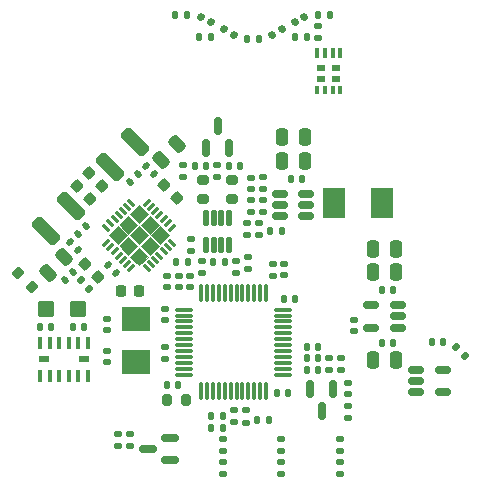
<source format=gtp>
G04 #@! TF.GenerationSoftware,KiCad,Pcbnew,(6.0.0)*
G04 #@! TF.CreationDate,2022-01-08T17:27:50+01:00*
G04 #@! TF.ProjectId,MiniAB-CAN-Board,4d696e69-4142-42d4-9341-4e2d426f6172,1*
G04 #@! TF.SameCoordinates,Original*
G04 #@! TF.FileFunction,Paste,Top*
G04 #@! TF.FilePolarity,Positive*
%FSLAX46Y46*%
G04 Gerber Fmt 4.6, Leading zero omitted, Abs format (unit mm)*
G04 Created by KiCad (PCBNEW (6.0.0)) date 2022-01-08 17:27:50*
%MOMM*%
%LPD*%
G01*
G04 APERTURE LIST*
G04 Aperture macros list*
%AMRoundRect*
0 Rectangle with rounded corners*
0 $1 Rounding radius*
0 $2 $3 $4 $5 $6 $7 $8 $9 X,Y pos of 4 corners*
0 Add a 4 corners polygon primitive as box body*
4,1,4,$2,$3,$4,$5,$6,$7,$8,$9,$2,$3,0*
0 Add four circle primitives for the rounded corners*
1,1,$1+$1,$2,$3*
1,1,$1+$1,$4,$5*
1,1,$1+$1,$6,$7*
1,1,$1+$1,$8,$9*
0 Add four rect primitives between the rounded corners*
20,1,$1+$1,$2,$3,$4,$5,0*
20,1,$1+$1,$4,$5,$6,$7,0*
20,1,$1+$1,$6,$7,$8,$9,0*
20,1,$1+$1,$8,$9,$2,$3,0*%
%AMRotRect*
0 Rectangle, with rotation*
0 The origin of the aperture is its center*
0 $1 length*
0 $2 width*
0 $3 Rotation angle, in degrees counterclockwise*
0 Add horizontal line*
21,1,$1,$2,0,0,$3*%
G04 Aperture macros list end*
%ADD10C,0.100000*%
%ADD11RoundRect,0.140000X0.021213X-0.219203X0.219203X-0.021213X-0.021213X0.219203X-0.219203X0.021213X0*%
%ADD12RoundRect,0.225000X-0.335876X-0.017678X-0.017678X-0.335876X0.335876X0.017678X0.017678X0.335876X0*%
%ADD13RoundRect,0.135000X-0.185000X0.135000X-0.185000X-0.135000X0.185000X-0.135000X0.185000X0.135000X0*%
%ADD14RoundRect,0.200000X-0.335876X-0.053033X-0.053033X-0.335876X0.335876X0.053033X0.053033X0.335876X0*%
%ADD15R,1.900000X2.500000*%
%ADD16RoundRect,0.140000X-0.140000X-0.170000X0.140000X-0.170000X0.140000X0.170000X-0.140000X0.170000X0*%
%ADD17RoundRect,0.250000X0.250000X0.475000X-0.250000X0.475000X-0.250000X-0.475000X0.250000X-0.475000X0*%
%ADD18RoundRect,0.225000X0.335876X0.017678X0.017678X0.335876X-0.335876X-0.017678X-0.017678X-0.335876X0*%
%ADD19RoundRect,0.135000X0.135000X0.185000X-0.135000X0.185000X-0.135000X-0.185000X0.135000X-0.185000X0*%
%ADD20RoundRect,0.140000X0.140000X0.170000X-0.140000X0.170000X-0.140000X-0.170000X0.140000X-0.170000X0*%
%ADD21RoundRect,0.150000X0.512500X0.150000X-0.512500X0.150000X-0.512500X-0.150000X0.512500X-0.150000X0*%
%ADD22RoundRect,0.135000X0.185000X-0.135000X0.185000X0.135000X-0.185000X0.135000X-0.185000X-0.135000X0*%
%ADD23RoundRect,0.150000X0.150000X-0.587500X0.150000X0.587500X-0.150000X0.587500X-0.150000X-0.587500X0*%
%ADD24RoundRect,0.140000X0.170000X-0.140000X0.170000X0.140000X-0.170000X0.140000X-0.170000X-0.140000X0*%
%ADD25RoundRect,0.135000X0.226274X0.035355X0.035355X0.226274X-0.226274X-0.035355X-0.035355X-0.226274X0*%
%ADD26RoundRect,0.250000X-0.450000X-0.425000X0.450000X-0.425000X0.450000X0.425000X-0.450000X0.425000X0*%
%ADD27RoundRect,0.147500X0.213989X0.075639X-0.041489X0.223139X-0.213989X-0.075639X0.041489X-0.223139X0*%
%ADD28RoundRect,0.250000X-0.159099X0.512652X-0.512652X0.159099X0.159099X-0.512652X0.512652X-0.159099X0*%
%ADD29RoundRect,0.250000X0.159099X-0.512652X0.512652X-0.159099X-0.159099X0.512652X-0.512652X0.159099X0*%
%ADD30RoundRect,0.150000X-0.512500X-0.150000X0.512500X-0.150000X0.512500X0.150000X-0.512500X0.150000X0*%
%ADD31RoundRect,0.075000X-0.662500X-0.075000X0.662500X-0.075000X0.662500X0.075000X-0.662500X0.075000X0*%
%ADD32RoundRect,0.075000X-0.075000X-0.662500X0.075000X-0.662500X0.075000X0.662500X-0.075000X0.662500X0*%
%ADD33R,0.300000X0.830000*%
%ADD34R,0.635000X0.510000*%
%ADD35R,0.300000X0.750000*%
%ADD36RoundRect,0.150000X0.587500X0.150000X-0.587500X0.150000X-0.587500X-0.150000X0.587500X-0.150000X0*%
%ADD37RoundRect,0.147500X0.172500X-0.147500X0.172500X0.147500X-0.172500X0.147500X-0.172500X-0.147500X0*%
%ADD38RoundRect,0.250000X0.539169X-0.981111X0.981111X-0.539169X-0.539169X0.981111X-0.981111X0.539169X0*%
%ADD39RotRect,0.254000X0.762000X135.000000*%
%ADD40RotRect,0.254000X0.762000X45.000000*%
%ADD41RoundRect,0.200000X-0.275000X0.200000X-0.275000X-0.200000X0.275000X-0.200000X0.275000X0.200000X0*%
%ADD42R,2.400000X2.000000*%
%ADD43RoundRect,0.140000X-0.170000X0.140000X-0.170000X-0.140000X0.170000X-0.140000X0.170000X0.140000X0*%
%ADD44RoundRect,0.150000X-0.150000X0.587500X-0.150000X-0.587500X0.150000X-0.587500X0.150000X0.587500X0*%
%ADD45RoundRect,0.140000X-0.219203X-0.021213X-0.021213X-0.219203X0.219203X0.021213X0.021213X0.219203X0*%
%ADD46RoundRect,0.135000X-0.135000X-0.185000X0.135000X-0.185000X0.135000X0.185000X-0.135000X0.185000X0*%
%ADD47RoundRect,0.140000X0.219203X0.021213X0.021213X0.219203X-0.219203X-0.021213X-0.021213X-0.219203X0*%
%ADD48RoundRect,0.200000X-0.200000X-0.275000X0.200000X-0.275000X0.200000X0.275000X-0.200000X0.275000X0*%
%ADD49RoundRect,0.147500X-0.041489X-0.223139X0.213989X-0.075639X0.041489X0.223139X-0.213989X0.075639X0*%
%ADD50RoundRect,0.225000X0.225000X0.250000X-0.225000X0.250000X-0.225000X-0.250000X0.225000X-0.250000X0*%
%ADD51R,0.449200X1.117800*%
%ADD52R,0.813000X0.500000*%
%ADD53RoundRect,0.147500X-0.172500X0.147500X-0.172500X-0.147500X0.172500X-0.147500X0.172500X0.147500X0*%
%ADD54RoundRect,0.140000X-0.021213X0.219203X-0.219203X0.021213X0.021213X-0.219203X0.219203X-0.021213X0*%
%ADD55RoundRect,0.147500X0.147500X0.172500X-0.147500X0.172500X-0.147500X-0.172500X0.147500X-0.172500X0*%
%ADD56RoundRect,0.135000X-0.226274X-0.035355X-0.035355X-0.226274X0.226274X0.035355X0.035355X0.226274X0*%
%ADD57RoundRect,0.200000X0.275000X-0.200000X0.275000X0.200000X-0.275000X0.200000X-0.275000X-0.200000X0*%
%ADD58RoundRect,0.125000X0.125000X-0.537500X0.125000X0.537500X-0.125000X0.537500X-0.125000X-0.537500X0*%
%ADD59RoundRect,0.250000X-0.539169X0.981111X-0.981111X0.539169X0.539169X-0.981111X0.981111X-0.539169X0*%
G04 APERTURE END LIST*
D10*
G04 #@! TO.C,U5*
X203601061Y-62662958D02*
X204357665Y-63419562D01*
X204357665Y-63419562D02*
X205114269Y-62662958D01*
X205114269Y-62662958D02*
X204357665Y-61906354D01*
X204357665Y-61906354D02*
X203601061Y-62662958D01*
G36*
X205114269Y-62662958D02*
G01*
X204357665Y-63419562D01*
X203601061Y-62662958D01*
X204357665Y-61906354D01*
X205114269Y-62662958D01*
G37*
X205114269Y-62662958D02*
X204357665Y-63419562D01*
X203601061Y-62662958D01*
X204357665Y-61906354D01*
X205114269Y-62662958D01*
X204499086Y-65357035D02*
X205255691Y-66113639D01*
X205255691Y-66113639D02*
X206012295Y-65357035D01*
X206012295Y-65357035D02*
X205255691Y-64600430D01*
X205255691Y-64600430D02*
X204499086Y-65357035D01*
G36*
X206012295Y-65357035D02*
G01*
X205255691Y-66113639D01*
X204499086Y-65357035D01*
X205255691Y-64600430D01*
X206012295Y-65357035D01*
G37*
X206012295Y-65357035D02*
X205255691Y-66113639D01*
X204499086Y-65357035D01*
X205255691Y-64600430D01*
X206012295Y-65357035D01*
X202703035Y-63560983D02*
X203459639Y-64317588D01*
X203459639Y-64317588D02*
X204216244Y-63560983D01*
X204216244Y-63560983D02*
X203459639Y-62804379D01*
X203459639Y-62804379D02*
X202703035Y-63560983D01*
G36*
X204216244Y-63560983D02*
G01*
X203459639Y-64317588D01*
X202703035Y-63560983D01*
X203459639Y-62804379D01*
X204216244Y-63560983D01*
G37*
X204216244Y-63560983D02*
X203459639Y-64317588D01*
X202703035Y-63560983D01*
X203459639Y-62804379D01*
X204216244Y-63560983D01*
X203601061Y-64459009D02*
X204357665Y-65215613D01*
X204357665Y-65215613D02*
X205114269Y-64459009D01*
X205114269Y-64459009D02*
X204357665Y-63702405D01*
X204357665Y-63702405D02*
X203601061Y-64459009D01*
G36*
X205114269Y-64459009D02*
G01*
X204357665Y-65215613D01*
X203601061Y-64459009D01*
X204357665Y-63702405D01*
X205114269Y-64459009D01*
G37*
X205114269Y-64459009D02*
X204357665Y-65215613D01*
X203601061Y-64459009D01*
X204357665Y-63702405D01*
X205114269Y-64459009D01*
X205397112Y-64459009D02*
X206153716Y-65215613D01*
X206153716Y-65215613D02*
X206910320Y-64459009D01*
X206910320Y-64459009D02*
X206153716Y-63702405D01*
X206153716Y-63702405D02*
X205397112Y-64459009D01*
G36*
X206910320Y-64459009D02*
G01*
X206153716Y-65215613D01*
X205397112Y-64459009D01*
X206153716Y-63702405D01*
X206910320Y-64459009D01*
G37*
X206910320Y-64459009D02*
X206153716Y-65215613D01*
X205397112Y-64459009D01*
X206153716Y-63702405D01*
X206910320Y-64459009D01*
X202703035Y-65357035D02*
X203459639Y-66113639D01*
X203459639Y-66113639D02*
X204216244Y-65357035D01*
X204216244Y-65357035D02*
X203459639Y-64600430D01*
X203459639Y-64600430D02*
X202703035Y-65357035D01*
G36*
X204216244Y-65357035D02*
G01*
X203459639Y-66113639D01*
X202703035Y-65357035D01*
X203459639Y-64600430D01*
X204216244Y-65357035D01*
G37*
X204216244Y-65357035D02*
X203459639Y-66113639D01*
X202703035Y-65357035D01*
X203459639Y-64600430D01*
X204216244Y-65357035D01*
X203601061Y-66255060D02*
X204357665Y-67011664D01*
X204357665Y-67011664D02*
X205114269Y-66255060D01*
X205114269Y-66255060D02*
X204357665Y-65498456D01*
X204357665Y-65498456D02*
X203601061Y-66255060D01*
G36*
X205114269Y-66255060D02*
G01*
X204357665Y-67011664D01*
X203601061Y-66255060D01*
X204357665Y-65498456D01*
X205114269Y-66255060D01*
G37*
X205114269Y-66255060D02*
X204357665Y-67011664D01*
X203601061Y-66255060D01*
X204357665Y-65498456D01*
X205114269Y-66255060D01*
X201805010Y-64459009D02*
X202561614Y-65215613D01*
X202561614Y-65215613D02*
X203318218Y-64459009D01*
X203318218Y-64459009D02*
X202561614Y-63702405D01*
X202561614Y-63702405D02*
X201805010Y-64459009D01*
G36*
X203318218Y-64459009D02*
G01*
X202561614Y-65215613D01*
X201805010Y-64459009D01*
X202561614Y-63702405D01*
X203318218Y-64459009D01*
G37*
X203318218Y-64459009D02*
X202561614Y-65215613D01*
X201805010Y-64459009D01*
X202561614Y-63702405D01*
X203318218Y-64459009D01*
X204499086Y-63560983D02*
X205255691Y-64317588D01*
X205255691Y-64317588D02*
X206012295Y-63560983D01*
X206012295Y-63560983D02*
X205255691Y-62804379D01*
X205255691Y-62804379D02*
X204499086Y-63560983D01*
G36*
X206012295Y-63560983D02*
G01*
X205255691Y-64317588D01*
X204499086Y-63560983D01*
X205255691Y-62804379D01*
X206012295Y-63560983D01*
G37*
X206012295Y-63560983D02*
X205255691Y-64317588D01*
X204499086Y-63560983D01*
X205255691Y-62804379D01*
X206012295Y-63560983D01*
G04 #@! TD*
D11*
G04 #@! TO.C,C35*
X203593990Y-59939608D03*
X204272812Y-59260786D03*
G04 #@! TD*
D12*
G04 #@! TO.C,C41*
X199079111Y-60247199D03*
X200175127Y-61343215D03*
G04 #@! TD*
D13*
G04 #@! TO.C,R22*
X211440000Y-81730000D03*
X211440000Y-82750000D03*
G04 #@! TD*
D14*
G04 #@! TO.C,FB1*
X194086637Y-67686637D03*
X195253363Y-68853363D03*
G04 #@! TD*
D13*
G04 #@! TO.C,R32*
X214810000Y-59550000D03*
X214810000Y-60570000D03*
G04 #@! TD*
D12*
G04 #@! TO.C,C36*
X200153478Y-59171959D03*
X201249494Y-60267975D03*
G04 #@! TD*
D15*
G04 #@! TO.C,L2*
X220830000Y-61690000D03*
X224930000Y-61690000D03*
G04 #@! TD*
D16*
G04 #@! TO.C,C3*
X195930000Y-72256500D03*
X196890000Y-72256500D03*
G04 #@! TD*
D17*
G04 #@! TO.C,C21*
X218370000Y-56158544D03*
X216470000Y-56158544D03*
G04 #@! TD*
D18*
G04 #@! TO.C,C45*
X200913560Y-67986977D03*
X199817544Y-66890961D03*
G04 #@! TD*
D13*
G04 #@! TO.C,R21*
X211440000Y-83650000D03*
X211440000Y-84670000D03*
G04 #@! TD*
D19*
G04 #@! TO.C,R25*
X208510000Y-66710000D03*
X207490000Y-66710000D03*
G04 #@! TD*
D20*
G04 #@! TO.C,C42*
X216430000Y-64100000D03*
X215470000Y-64100000D03*
G04 #@! TD*
D19*
G04 #@! TO.C,R5*
X211490000Y-80790000D03*
X210470000Y-80790000D03*
G04 #@! TD*
D21*
G04 #@! TO.C,U4*
X226247500Y-72270000D03*
X226247500Y-71320000D03*
X226247500Y-70370000D03*
X223972500Y-70370000D03*
X223972500Y-72270000D03*
G04 #@! TD*
D22*
G04 #@! TO.C,R37*
X213800000Y-62480000D03*
X213800000Y-61460000D03*
G04 #@! TD*
D19*
G04 #@! TO.C,R20*
X210440000Y-47710000D03*
X209420000Y-47710000D03*
G04 #@! TD*
D23*
G04 #@! TO.C,D8*
X210050000Y-57055000D03*
X211950000Y-57055000D03*
X211000000Y-55180000D03*
G04 #@! TD*
D19*
G04 #@! TO.C,R17*
X208450000Y-45790000D03*
X207430000Y-45790000D03*
G04 #@! TD*
D24*
G04 #@! TO.C,C18*
X222540000Y-72590000D03*
X222540000Y-71630000D03*
G04 #@! TD*
G04 #@! TO.C,C6*
X206730000Y-68860000D03*
X206730000Y-67900000D03*
G04 #@! TD*
D25*
G04 #@! TO.C,R23*
X200141248Y-68991248D03*
X199420000Y-68270000D03*
G04 #@! TD*
D26*
G04 #@! TO.C,C1*
X196512500Y-70680000D03*
X199212500Y-70680000D03*
G04 #@! TD*
D27*
G04 #@! TO.C,D7*
X212370000Y-47512500D03*
X211529956Y-47027500D03*
G04 #@! TD*
D24*
G04 #@! TO.C,C2*
X201670000Y-72470000D03*
X201670000Y-71510000D03*
G04 #@! TD*
D22*
G04 #@! TO.C,R9*
X219530000Y-47760000D03*
X219530000Y-46740000D03*
G04 #@! TD*
D17*
G04 #@! TO.C,C24*
X218370000Y-58178545D03*
X216470000Y-58178545D03*
G04 #@! TD*
D13*
G04 #@! TO.C,R31*
X214810000Y-61470000D03*
X214810000Y-62490000D03*
G04 #@! TD*
D27*
G04 #@! TO.C,D6*
X210460022Y-46422500D03*
X209619978Y-45937500D03*
G04 #@! TD*
D28*
G04 #@! TO.C,C43*
X197958350Y-66296498D03*
X196614848Y-67640000D03*
G04 #@! TD*
D29*
G04 #@! TO.C,C25*
X206210287Y-58058703D03*
X207553789Y-56715201D03*
G04 #@! TD*
D30*
G04 #@! TO.C,U3*
X227792500Y-75820000D03*
X227792500Y-76770000D03*
X227792500Y-77720000D03*
X230067500Y-77720000D03*
X230067500Y-75820000D03*
G04 #@! TD*
D16*
G04 #@! TO.C,C33*
X209070000Y-58560000D03*
X210030000Y-58560000D03*
G04 #@! TD*
G04 #@! TO.C,C23*
X218550000Y-73900000D03*
X219510000Y-73900000D03*
G04 #@! TD*
D17*
G04 #@! TO.C,C49*
X226080000Y-65580000D03*
X224180000Y-65580000D03*
G04 #@! TD*
D31*
G04 #@! TO.C,U2*
X208197500Y-70750000D03*
X208197500Y-71250000D03*
X208197500Y-71750000D03*
X208197500Y-72250000D03*
X208197500Y-72750000D03*
X208197500Y-73250000D03*
X208197500Y-73750000D03*
X208197500Y-74250000D03*
X208197500Y-74750000D03*
X208197500Y-75250000D03*
X208197500Y-75750000D03*
X208197500Y-76250000D03*
D32*
X209610000Y-77662500D03*
X210110000Y-77662500D03*
X210610000Y-77662500D03*
X211110000Y-77662500D03*
X211610000Y-77662500D03*
X212110000Y-77662500D03*
X212610000Y-77662500D03*
X213110000Y-77662500D03*
X213610000Y-77662500D03*
X214110000Y-77662500D03*
X214610000Y-77662500D03*
X215110000Y-77662500D03*
D31*
X216522500Y-76250000D03*
X216522500Y-75750000D03*
X216522500Y-75250000D03*
X216522500Y-74750000D03*
X216522500Y-74250000D03*
X216522500Y-73750000D03*
X216522500Y-73250000D03*
X216522500Y-72750000D03*
X216522500Y-72250000D03*
X216522500Y-71750000D03*
X216522500Y-71250000D03*
X216522500Y-70750000D03*
D32*
X215110000Y-69337500D03*
X214610000Y-69337500D03*
X214110000Y-69337500D03*
X213610000Y-69337500D03*
X213110000Y-69337500D03*
X212610000Y-69337500D03*
X212110000Y-69337500D03*
X211610000Y-69337500D03*
X211110000Y-69337500D03*
X210610000Y-69337500D03*
X210110000Y-69337500D03*
X209610000Y-69337500D03*
G04 #@! TD*
D19*
G04 #@! TO.C,R10*
X218580000Y-47710000D03*
X217560000Y-47710000D03*
G04 #@! TD*
D24*
G04 #@! TO.C,C11*
X207710000Y-68860000D03*
X207710000Y-67900000D03*
G04 #@! TD*
D13*
G04 #@! TO.C,R14*
X221370000Y-83650000D03*
X221370000Y-84670000D03*
G04 #@! TD*
D33*
G04 #@! TO.C,Q3*
X221395000Y-49015000D03*
D34*
X221046000Y-50335000D03*
D35*
X220095000Y-52125000D03*
X220745000Y-52125000D03*
D33*
X220745000Y-49015000D03*
D34*
X219794000Y-50335000D03*
D35*
X221395000Y-52125000D03*
D34*
X221046000Y-51195000D03*
D35*
X219445000Y-52125000D03*
D34*
X219794000Y-51195000D03*
D33*
X220095000Y-49015000D03*
X219445000Y-49015000D03*
G04 #@! TD*
D24*
G04 #@! TO.C,C9*
X208690000Y-68860000D03*
X208690000Y-67900000D03*
G04 #@! TD*
D13*
G04 #@! TO.C,R24*
X215660000Y-66850000D03*
X215660000Y-67870000D03*
G04 #@! TD*
D36*
G04 #@! TO.C,Q2*
X206955000Y-83490000D03*
X206955000Y-81590000D03*
X205080000Y-82540000D03*
G04 #@! TD*
D37*
G04 #@! TO.C,D9*
X216660000Y-67845000D03*
X216660000Y-66875000D03*
G04 #@! TD*
D16*
G04 #@! TO.C,C13*
X206690000Y-77160000D03*
X207650000Y-77160000D03*
G04 #@! TD*
D17*
G04 #@! TO.C,C22*
X226087135Y-75039502D03*
X224187135Y-75039502D03*
G04 #@! TD*
D38*
G04 #@! TO.C,R30*
X196492870Y-64070879D03*
X198561158Y-62002591D03*
G04 #@! TD*
D39*
G04 #@! TO.C,U5*
X201581776Y-65113578D03*
X201935329Y-65467130D03*
X202288883Y-65820685D03*
X202642436Y-66174238D03*
X202995989Y-66527791D03*
X203349544Y-66881345D03*
X203703096Y-67234898D03*
D40*
X205012234Y-67234898D03*
X205365786Y-66881345D03*
X205719341Y-66527791D03*
X206072894Y-66174238D03*
X206426447Y-65820685D03*
X206780001Y-65467130D03*
X207133554Y-65113578D03*
D39*
X207133554Y-63804440D03*
X206780001Y-63450888D03*
X206426447Y-63097333D03*
X206072894Y-62743780D03*
X205719341Y-62390227D03*
X205365786Y-62036673D03*
X205012234Y-61683120D03*
D40*
X203703096Y-61683120D03*
X203349544Y-62036673D03*
X202995989Y-62390227D03*
X202642436Y-62743780D03*
X202288883Y-63097333D03*
X201935329Y-63450888D03*
X201581776Y-63804440D03*
G04 #@! TD*
D41*
G04 #@! TO.C,R27*
X209730000Y-59740000D03*
X209730000Y-61390000D03*
G04 #@! TD*
D13*
G04 #@! TO.C,R36*
X213530000Y-63380000D03*
X213530000Y-64400000D03*
G04 #@! TD*
G04 #@! TO.C,R15*
X221370000Y-81730000D03*
X221370000Y-82750000D03*
G04 #@! TD*
D22*
G04 #@! TO.C,R35*
X208110000Y-59540000D03*
X208110000Y-58520000D03*
G04 #@! TD*
G04 #@! TO.C,R12*
X213420000Y-80310000D03*
X213420000Y-79290000D03*
G04 #@! TD*
D19*
G04 #@! TO.C,R13*
X214510000Y-47830000D03*
X213490000Y-47830000D03*
G04 #@! TD*
D13*
G04 #@! TO.C,R7*
X203570000Y-81260000D03*
X203570000Y-82280000D03*
G04 #@! TD*
D22*
G04 #@! TO.C,R3*
X222050000Y-79910000D03*
X222050000Y-78890000D03*
G04 #@! TD*
D13*
G04 #@! TO.C,R4*
X213550000Y-66300000D03*
X213550000Y-67320000D03*
G04 #@! TD*
D19*
G04 #@! TO.C,R8*
X220550000Y-45790000D03*
X219530000Y-45790000D03*
G04 #@! TD*
D16*
G04 #@! TO.C,C32*
X211930000Y-58560000D03*
X212890000Y-58560000D03*
G04 #@! TD*
D42*
G04 #@! TO.C,Y1*
X204090000Y-75210000D03*
X204090000Y-71510000D03*
G04 #@! TD*
D20*
G04 #@! TO.C,C15*
X225860000Y-69100000D03*
X224900000Y-69100000D03*
G04 #@! TD*
D43*
G04 #@! TO.C,C14*
X212430000Y-79290000D03*
X212430000Y-80250000D03*
G04 #@! TD*
D16*
G04 #@! TO.C,C40*
X210640000Y-66710000D03*
X211600000Y-66710000D03*
G04 #@! TD*
G04 #@! TO.C,C17*
X218550000Y-74840000D03*
X219510000Y-74840000D03*
G04 #@! TD*
G04 #@! TO.C,C10*
X216000000Y-77770000D03*
X216960000Y-77770000D03*
G04 #@! TD*
D44*
G04 #@! TO.C,Q1*
X220770000Y-77472500D03*
X218870000Y-77472500D03*
X219820000Y-79347500D03*
G04 #@! TD*
D13*
G04 #@! TO.C,R29*
X214520000Y-63380000D03*
X214520000Y-64400000D03*
G04 #@! TD*
D22*
G04 #@! TO.C,R34*
X212560000Y-67690000D03*
X212560000Y-66670000D03*
G04 #@! TD*
D16*
G04 #@! TO.C,C8*
X216600000Y-69830000D03*
X217560000Y-69830000D03*
G04 #@! TD*
D45*
G04 #@! TO.C,C26*
X201700589Y-66930589D03*
X202379411Y-67609411D03*
G04 #@! TD*
D43*
G04 #@! TO.C,C47*
X208780000Y-64800000D03*
X208780000Y-65760000D03*
G04 #@! TD*
D46*
G04 #@! TO.C,R6*
X210470000Y-79780000D03*
X211490000Y-79780000D03*
G04 #@! TD*
D47*
G04 #@! TO.C,C38*
X205602174Y-59246643D03*
X204923352Y-58567821D03*
G04 #@! TD*
D48*
G04 #@! TO.C,FB2*
X206690000Y-78400000D03*
X208340000Y-78400000D03*
G04 #@! TD*
D11*
G04 #@! TO.C,C27*
X198110000Y-68260000D03*
X198788822Y-67581178D03*
G04 #@! TD*
D17*
G04 #@! TO.C,C51*
X226080000Y-67600000D03*
X224180000Y-67600000D03*
G04 #@! TD*
D13*
G04 #@! TO.C,R1*
X220470000Y-74840000D03*
X220470000Y-75860000D03*
G04 #@! TD*
G04 #@! TO.C,R18*
X216410000Y-83660000D03*
X216410000Y-84680000D03*
G04 #@! TD*
D37*
G04 #@! TO.C,D2*
X202570000Y-82257500D03*
X202570000Y-81287500D03*
G04 #@! TD*
D22*
G04 #@! TO.C,R2*
X221470000Y-75860000D03*
X221470000Y-74840000D03*
G04 #@! TD*
D20*
G04 #@! TO.C,C16*
X225860000Y-73540000D03*
X224900000Y-73540000D03*
G04 #@! TD*
D16*
G04 #@! TO.C,C19*
X218550000Y-75820000D03*
X219510000Y-75820000D03*
G04 #@! TD*
D43*
G04 #@! TO.C,C7*
X206520000Y-70690000D03*
X206520000Y-71650000D03*
G04 #@! TD*
D49*
G04 #@! TO.C,D4*
X217520000Y-46420000D03*
X218360044Y-45935000D03*
G04 #@! TD*
D50*
G04 #@! TO.C,C28*
X204335000Y-69150000D03*
X202785000Y-69150000D03*
G04 #@! TD*
D24*
G04 #@! TO.C,C5*
X201670000Y-75220000D03*
X201670000Y-74260000D03*
G04 #@! TD*
G04 #@! TO.C,C29*
X210980000Y-59490000D03*
X210980000Y-58530000D03*
G04 #@! TD*
D22*
G04 #@! TO.C,R33*
X209680000Y-67690000D03*
X209680000Y-66670000D03*
G04 #@! TD*
D51*
G04 #@! TO.C,U1*
X200000001Y-73589099D03*
X199200000Y-73589099D03*
X198399999Y-73589099D03*
X197600001Y-73589099D03*
X196800000Y-73589099D03*
X196000001Y-73589099D03*
D52*
X196281502Y-74960000D03*
D51*
X195999999Y-76330901D03*
X196800000Y-76330901D03*
X197600001Y-76330901D03*
X198399999Y-76330901D03*
X199200000Y-76330901D03*
X199999999Y-76330901D03*
D52*
X199718498Y-74960000D03*
G04 #@! TD*
D53*
G04 #@! TO.C,D1*
X222050000Y-76932500D03*
X222050000Y-77902500D03*
G04 #@! TD*
D21*
G04 #@! TO.C,U6*
X218524724Y-62848544D03*
X218524724Y-61898544D03*
X218524724Y-60948544D03*
X216249724Y-60948544D03*
X216249724Y-61898544D03*
X216249724Y-62848544D03*
G04 #@! TD*
D13*
G04 #@! TO.C,R19*
X216410000Y-81740000D03*
X216410000Y-82760000D03*
G04 #@! TD*
D49*
G04 #@! TO.C,D3*
X215629978Y-47512500D03*
X216470022Y-47027500D03*
G04 #@! TD*
D24*
G04 #@! TO.C,C12*
X206520000Y-74900000D03*
X206520000Y-73940000D03*
G04 #@! TD*
D54*
G04 #@! TO.C,C46*
X199846324Y-63687274D03*
X199167502Y-64366096D03*
G04 #@! TD*
D55*
G04 #@! TO.C,D5*
X230095000Y-73480000D03*
X229125000Y-73480000D03*
G04 #@! TD*
D18*
G04 #@! TO.C,C37*
X207583588Y-61335115D03*
X206487572Y-60239099D03*
G04 #@! TD*
D56*
G04 #@! TO.C,R16*
X231229376Y-73939376D03*
X231950624Y-74660624D03*
G04 #@! TD*
D57*
G04 #@! TO.C,R26*
X212230000Y-61390000D03*
X212230000Y-59740000D03*
G04 #@! TD*
D20*
G04 #@! TO.C,C4*
X199730000Y-72256499D03*
X198770000Y-72256499D03*
G04 #@! TD*
G04 #@! TO.C,C30*
X218150001Y-59678545D03*
X217190001Y-59678545D03*
G04 #@! TD*
D58*
G04 #@! TO.C,U8*
X210025000Y-65277500D03*
X210675000Y-65277500D03*
X211325000Y-65277500D03*
X211975000Y-65277500D03*
X211975000Y-63002500D03*
X211325000Y-63002500D03*
X210675000Y-63002500D03*
X210025000Y-63002500D03*
G04 #@! TD*
D59*
G04 #@! TO.C,R28*
X203977596Y-56586153D03*
X201909308Y-58654441D03*
G04 #@! TD*
D24*
G04 #@! TO.C,C20*
X213800000Y-60550000D03*
X213800000Y-59590000D03*
G04 #@! TD*
D47*
G04 #@! TO.C,C34*
X199153360Y-65695457D03*
X198474538Y-65016635D03*
G04 #@! TD*
D19*
G04 #@! TO.C,R11*
X215390000Y-80100000D03*
X214370000Y-80100000D03*
G04 #@! TD*
M02*

</source>
